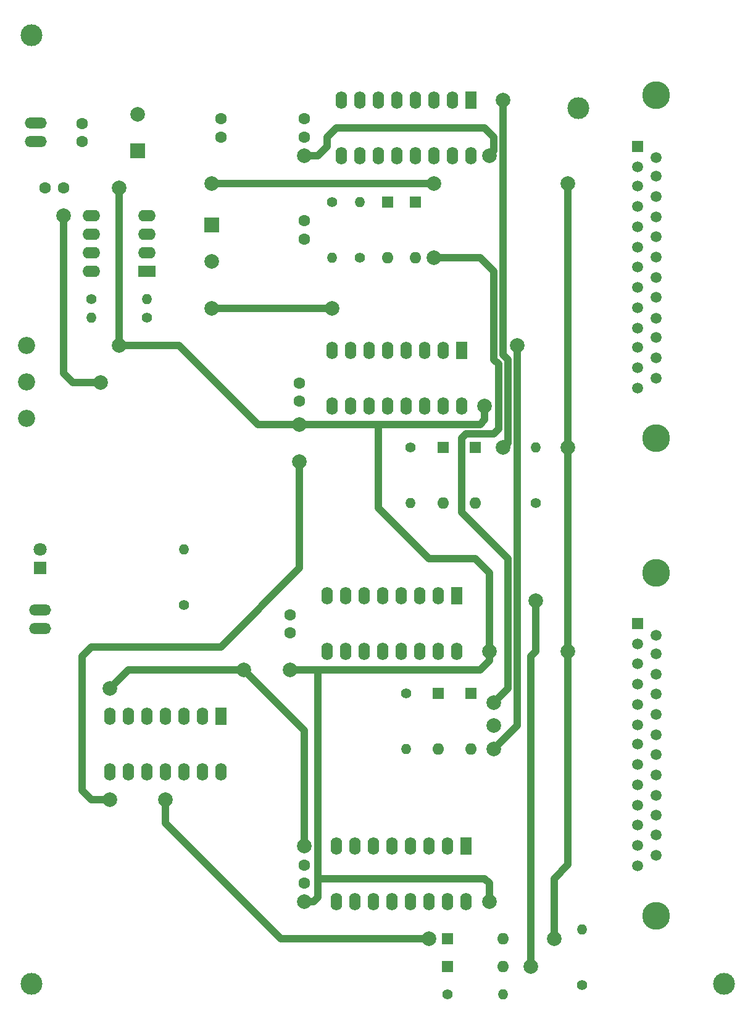
<source format=gbr>
G04 #@! TF.FileFunction,Copper,L1,Top,Signal*
%FSLAX46Y46*%
G04 Gerber Fmt 4.6, Leading zero omitted, Abs format (unit mm)*
G04 Created by KiCad (PCBNEW 4.0.7) date 02/22/18 17:44:16*
%MOMM*%
%LPD*%
G01*
G04 APERTURE LIST*
%ADD10C,0.100000*%
%ADD11C,3.810000*%
%ADD12R,1.520000X1.520000*%
%ADD13C,1.520000*%
%ADD14R,1.600000X2.400000*%
%ADD15O,1.600000X2.400000*%
%ADD16C,1.600000*%
%ADD17R,2.000000X2.000000*%
%ADD18C,2.000000*%
%ADD19R,1.800000X1.800000*%
%ADD20C,1.800000*%
%ADD21R,1.600000X1.600000*%
%ADD22O,1.600000X1.600000*%
%ADD23O,3.010000X1.510000*%
%ADD24C,1.400000*%
%ADD25O,1.400000X1.400000*%
%ADD26C,2.340000*%
%ADD27R,2.400000X1.600000*%
%ADD28O,2.400000X1.600000*%
%ADD29C,3.000000*%
%ADD30C,1.000000*%
G04 APERTURE END LIST*
D10*
D11*
X120650000Y-95255000D03*
X120650000Y-48265000D03*
D12*
X118110000Y-55245000D03*
D13*
X118110000Y-58035000D03*
X118110000Y-60705000D03*
X118110000Y-63505000D03*
X118110000Y-66295000D03*
X118110000Y-69085000D03*
X118110000Y-71755000D03*
X118110000Y-74545000D03*
X118110000Y-77345000D03*
X118110000Y-80135000D03*
X118110000Y-82805000D03*
X118110000Y-85595000D03*
X118110000Y-88395000D03*
X120650000Y-56815000D03*
X120650000Y-59355000D03*
X120650000Y-62155000D03*
X120650000Y-64895000D03*
X120650000Y-67645000D03*
X120650000Y-70435000D03*
X120650000Y-73175000D03*
X120650000Y-75925000D03*
X120650000Y-78765000D03*
X120650000Y-81455000D03*
X120650000Y-84205000D03*
X120650000Y-86995000D03*
D14*
X60960000Y-133350000D03*
D15*
X45720000Y-140970000D03*
X58420000Y-133350000D03*
X48260000Y-140970000D03*
X55880000Y-133350000D03*
X50800000Y-140970000D03*
X53340000Y-133350000D03*
X53340000Y-140970000D03*
X50800000Y-133350000D03*
X55880000Y-140970000D03*
X48260000Y-133350000D03*
X58420000Y-140970000D03*
X45720000Y-133350000D03*
X60960000Y-140970000D03*
D16*
X39370000Y-60960000D03*
X36870000Y-60960000D03*
X41910000Y-54610000D03*
X41910000Y-52110000D03*
D17*
X49530000Y-55880000D03*
D18*
X49530000Y-50880000D03*
D17*
X59690000Y-66040000D03*
D18*
X59690000Y-71040000D03*
D16*
X72390000Y-67945000D03*
X72390000Y-65445000D03*
X60960000Y-53975000D03*
X60960000Y-51475000D03*
X72390000Y-53975000D03*
X72390000Y-51475000D03*
X71755000Y-90170000D03*
X71755000Y-87670000D03*
X70485000Y-121920000D03*
X70485000Y-119420000D03*
X72390000Y-156210000D03*
X72390000Y-153710000D03*
D19*
X36195000Y-113030000D03*
D20*
X36195000Y-110490000D03*
D21*
X83820000Y-62865000D03*
D22*
X83820000Y-70485000D03*
D21*
X87630000Y-62865000D03*
D22*
X87630000Y-70485000D03*
D21*
X95885000Y-96520000D03*
D22*
X95885000Y-104140000D03*
D21*
X91440000Y-96520000D03*
D22*
X91440000Y-104140000D03*
D21*
X90805000Y-130175000D03*
D22*
X90805000Y-137795000D03*
D21*
X95250000Y-130175000D03*
D22*
X95250000Y-137795000D03*
D21*
X92075000Y-163830000D03*
D22*
X99695000Y-163830000D03*
D21*
X92075000Y-167640000D03*
D22*
X99695000Y-167640000D03*
D23*
X35560000Y-54610000D03*
X35560000Y-52070000D03*
X36195000Y-121285000D03*
X36195000Y-118745000D03*
D11*
X120650000Y-160660000D03*
X120650000Y-113670000D03*
D12*
X118110000Y-120650000D03*
D13*
X118110000Y-123440000D03*
X118110000Y-126110000D03*
X118110000Y-128910000D03*
X118110000Y-131700000D03*
X118110000Y-134490000D03*
X118110000Y-137160000D03*
X118110000Y-139950000D03*
X118110000Y-142750000D03*
X118110000Y-145540000D03*
X118110000Y-148210000D03*
X118110000Y-151000000D03*
X118110000Y-153800000D03*
X120650000Y-122220000D03*
X120650000Y-124760000D03*
X120650000Y-127560000D03*
X120650000Y-130300000D03*
X120650000Y-133050000D03*
X120650000Y-135840000D03*
X120650000Y-138580000D03*
X120650000Y-141330000D03*
X120650000Y-144170000D03*
X120650000Y-146860000D03*
X120650000Y-149610000D03*
X120650000Y-152400000D03*
D24*
X43180000Y-76200000D03*
D25*
X50800000Y-76200000D03*
D24*
X55880000Y-118110000D03*
D25*
X55880000Y-110490000D03*
D24*
X50800000Y-78740000D03*
D25*
X43180000Y-78740000D03*
D24*
X76200000Y-62865000D03*
D25*
X76200000Y-70485000D03*
D24*
X80010000Y-70485000D03*
D25*
X80010000Y-62865000D03*
D24*
X86995000Y-96520000D03*
D25*
X86995000Y-104140000D03*
D24*
X86360000Y-130175000D03*
D25*
X86360000Y-137795000D03*
D24*
X92075000Y-171450000D03*
D25*
X99695000Y-171450000D03*
D24*
X104140000Y-104140000D03*
D25*
X104140000Y-96520000D03*
D24*
X110490000Y-170180000D03*
D25*
X110490000Y-162560000D03*
D26*
X34290000Y-92550000D03*
X34290000Y-87550000D03*
X34290000Y-82550000D03*
D27*
X50800000Y-72390000D03*
D28*
X43180000Y-64770000D03*
X50800000Y-69850000D03*
X43180000Y-67310000D03*
X50800000Y-67310000D03*
X43180000Y-69850000D03*
X50800000Y-64770000D03*
X43180000Y-72390000D03*
D14*
X95250000Y-48895000D03*
D15*
X77470000Y-56515000D03*
X92710000Y-48895000D03*
X80010000Y-56515000D03*
X90170000Y-48895000D03*
X82550000Y-56515000D03*
X87630000Y-48895000D03*
X85090000Y-56515000D03*
X85090000Y-48895000D03*
X87630000Y-56515000D03*
X82550000Y-48895000D03*
X90170000Y-56515000D03*
X80010000Y-48895000D03*
X92710000Y-56515000D03*
X77470000Y-48895000D03*
X95250000Y-56515000D03*
D14*
X93980000Y-83185000D03*
D15*
X76200000Y-90805000D03*
X91440000Y-83185000D03*
X78740000Y-90805000D03*
X88900000Y-83185000D03*
X81280000Y-90805000D03*
X86360000Y-83185000D03*
X83820000Y-90805000D03*
X83820000Y-83185000D03*
X86360000Y-90805000D03*
X81280000Y-83185000D03*
X88900000Y-90805000D03*
X78740000Y-83185000D03*
X91440000Y-90805000D03*
X76200000Y-83185000D03*
X93980000Y-90805000D03*
D14*
X93345000Y-116840000D03*
D15*
X75565000Y-124460000D03*
X90805000Y-116840000D03*
X78105000Y-124460000D03*
X88265000Y-116840000D03*
X80645000Y-124460000D03*
X85725000Y-116840000D03*
X83185000Y-124460000D03*
X83185000Y-116840000D03*
X85725000Y-124460000D03*
X80645000Y-116840000D03*
X88265000Y-124460000D03*
X78105000Y-116840000D03*
X90805000Y-124460000D03*
X75565000Y-116840000D03*
X93345000Y-124460000D03*
D14*
X94615000Y-151130000D03*
D15*
X76835000Y-158750000D03*
X92075000Y-151130000D03*
X79375000Y-158750000D03*
X89535000Y-151130000D03*
X81915000Y-158750000D03*
X86995000Y-151130000D03*
X84455000Y-158750000D03*
X84455000Y-151130000D03*
X86995000Y-158750000D03*
X81915000Y-151130000D03*
X89535000Y-158750000D03*
X79375000Y-151130000D03*
X92075000Y-158750000D03*
X76835000Y-151130000D03*
X94615000Y-158750000D03*
D29*
X35000000Y-40000000D03*
X35000000Y-170000000D03*
X130000000Y-170000000D03*
X110000000Y-50000000D03*
D18*
X39370000Y-64770000D03*
X44450000Y-87630000D03*
X64135000Y-127000000D03*
X76200000Y-77470000D03*
X59690000Y-77470000D03*
X45720000Y-129540000D03*
X72390000Y-151130000D03*
X97790000Y-158750000D03*
X72390000Y-158750000D03*
X72390000Y-56515000D03*
X97790000Y-56515000D03*
X97155000Y-90805000D03*
X71755000Y-93345000D03*
X70485000Y-127000000D03*
X97790000Y-124460000D03*
X46990000Y-60960000D03*
X46990000Y-82550000D03*
X108585000Y-96520000D03*
X108585000Y-124460000D03*
X98425000Y-134620000D03*
X106680000Y-163830000D03*
X108585000Y-60325000D03*
X98425000Y-131445000D03*
X90170000Y-70485000D03*
X99695000Y-48895000D03*
X99695000Y-96520000D03*
X101600000Y-82550000D03*
X98425000Y-137795000D03*
X104140000Y-117475000D03*
X103505000Y-167640000D03*
X59690000Y-60325000D03*
X90170000Y-60325000D03*
X45720000Y-144780000D03*
X71755000Y-98425000D03*
X89535000Y-163830000D03*
X53340000Y-144780000D03*
D30*
X39370000Y-86360000D02*
X39370000Y-64770000D01*
X40640000Y-87630000D02*
X39370000Y-86360000D01*
X44450000Y-87630000D02*
X40640000Y-87630000D01*
X59690000Y-77470000D02*
X76200000Y-77470000D01*
X64135000Y-127000000D02*
X48260000Y-127000000D01*
X48260000Y-127000000D02*
X45720000Y-129540000D01*
X72390000Y-151130000D02*
X72390000Y-135255000D01*
X72390000Y-135255000D02*
X64135000Y-127000000D01*
X97790000Y-158750000D02*
X97790000Y-156210000D01*
X97155000Y-155575000D02*
X74295000Y-155575000D01*
X97790000Y-156210000D02*
X97155000Y-155575000D01*
X72390000Y-158750000D02*
X73660000Y-158750000D01*
X74295000Y-127000000D02*
X74295000Y-155575000D01*
X74295000Y-155575000D02*
X74295000Y-158115000D01*
X73660000Y-158750000D02*
X74295000Y-158115000D01*
X76835000Y-52705000D02*
X97155000Y-52705000D01*
X74295000Y-56515000D02*
X72390000Y-56515000D01*
X75565000Y-53975000D02*
X76835000Y-52705000D01*
X75565000Y-55245000D02*
X75565000Y-53975000D01*
X74295000Y-56515000D02*
X75565000Y-55245000D01*
X97155000Y-52705000D02*
X98425000Y-53975000D01*
X98425000Y-53975000D02*
X98425000Y-55880000D01*
X98425000Y-55880000D02*
X97790000Y-56515000D01*
X82550000Y-93345000D02*
X82550000Y-104775000D01*
X97790000Y-113665000D02*
X97790000Y-124460000D01*
X95885000Y-111760000D02*
X97790000Y-113665000D01*
X89535000Y-111760000D02*
X95885000Y-111760000D01*
X82550000Y-104775000D02*
X89535000Y-111760000D01*
X71755000Y-93345000D02*
X66040000Y-93345000D01*
X55245000Y-82550000D02*
X46990000Y-82550000D01*
X66040000Y-93345000D02*
X55245000Y-82550000D01*
X97155000Y-90805000D02*
X97155000Y-92710000D01*
X96520000Y-93345000D02*
X82550000Y-93345000D01*
X82550000Y-93345000D02*
X71755000Y-93345000D01*
X97155000Y-92710000D02*
X96520000Y-93345000D01*
X74295000Y-127000000D02*
X70485000Y-127000000D01*
X96520000Y-127000000D02*
X74295000Y-127000000D01*
X96520000Y-127000000D02*
X97790000Y-125730000D01*
X97790000Y-125730000D02*
X97790000Y-124460000D01*
X46990000Y-60960000D02*
X46990000Y-82550000D01*
X108585000Y-124460000D02*
X108585000Y-153670000D01*
X106680000Y-155575000D02*
X106680000Y-163830000D01*
X108585000Y-153670000D02*
X106680000Y-155575000D01*
X108585000Y-124460000D02*
X108585000Y-96520000D01*
X108585000Y-96520000D02*
X108585000Y-60325000D01*
X98425000Y-94615000D02*
X99060000Y-93980000D01*
X94615000Y-94615000D02*
X98425000Y-94615000D01*
X100330000Y-129540000D02*
X98425000Y-131445000D01*
X93980000Y-95250000D02*
X93980000Y-105410000D01*
X93980000Y-105410000D02*
X100330000Y-111760000D01*
X100330000Y-111760000D02*
X100330000Y-129540000D01*
X93980000Y-95250000D02*
X94615000Y-94615000D01*
X96520000Y-70485000D02*
X90170000Y-70485000D01*
X98425000Y-72390000D02*
X96520000Y-70485000D01*
X98425000Y-84455000D02*
X98425000Y-72390000D01*
X99060000Y-85090000D02*
X98425000Y-84455000D01*
X99060000Y-93980000D02*
X99060000Y-85090000D01*
X99695000Y-83820000D02*
X100330000Y-84455000D01*
X99695000Y-48895000D02*
X99695000Y-83820000D01*
X100330000Y-95885000D02*
X99695000Y-96520000D01*
X100330000Y-84455000D02*
X100330000Y-95885000D01*
X101600000Y-130175000D02*
X101600000Y-134620000D01*
X101600000Y-82550000D02*
X101600000Y-130175000D01*
X101600000Y-134620000D02*
X98425000Y-137795000D01*
X104140000Y-117475000D02*
X104140000Y-124460000D01*
X104140000Y-124460000D02*
X103505000Y-125095000D01*
X103505000Y-125095000D02*
X103505000Y-167640000D01*
X59690000Y-60325000D02*
X90170000Y-60325000D01*
X41910000Y-125095000D02*
X41910000Y-143510000D01*
X45720000Y-144780000D02*
X43180000Y-144780000D01*
X43180000Y-144780000D02*
X41910000Y-143510000D01*
X71755000Y-98425000D02*
X71755000Y-113030000D01*
X43180000Y-123825000D02*
X41910000Y-125095000D01*
X60960000Y-123825000D02*
X43180000Y-123825000D01*
X71755000Y-113030000D02*
X60960000Y-123825000D01*
X53340000Y-144780000D02*
X53340000Y-147955000D01*
X69215000Y-163830000D02*
X89535000Y-163830000D01*
X53340000Y-147955000D02*
X69215000Y-163830000D01*
M02*

</source>
